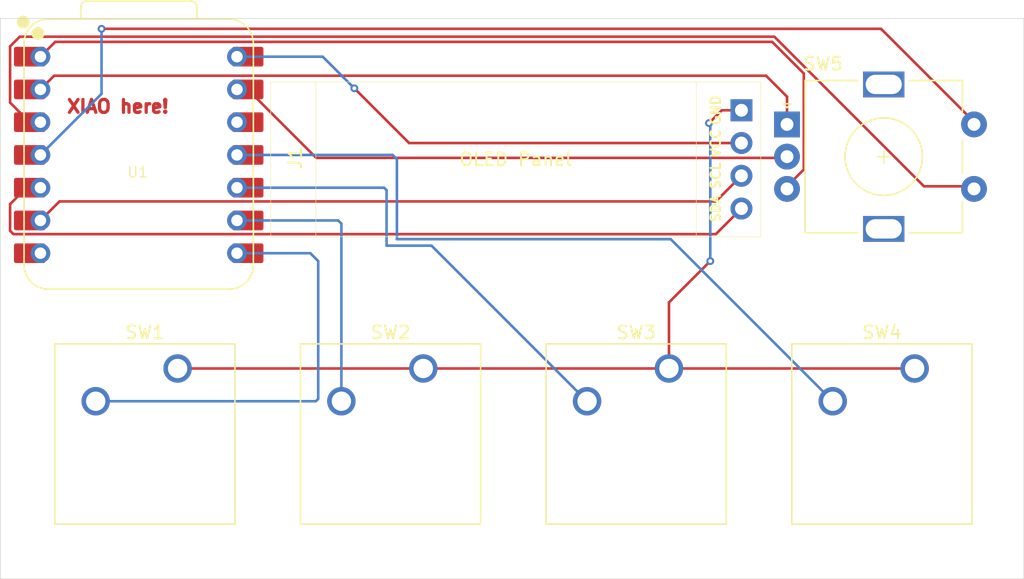
<source format=kicad_pcb>
(kicad_pcb (version 20241229) (generator "pcbnew") (generator_version "9.0")
  (layers (0 "F.Cu" signal) (2 "B.Cu" signal) (13 "F.Paste" user) (15 "B.Paste" user) (5 "F.SilkS" user "F.Silkscreen") (7 "B.SilkS" user "B.Silkscreen") (1 "F.Mask" user) (3 "B.Mask" user) (25 "Edge.Cuts" user))
  (net 0 "")
  (net 1 "GND")
  (net 2 "Net-(U1-GPIO1{slash}RX)")
  (net 3 "Net-(U1-GPIO2{slash}SCK)")
  (net 4 "Net-(U1-GPIO4{slash}MISO)")
  (net 5 "Net-(U1-GPIO3{slash}MOSI)")
  (net 8 "Net-(U1-GPIO26{slash}ADC0{slash}A0)")
  (net 9 "Net-(U1-GPIO27{slash}ADC1{slash}A1)")
  (net 10 "Net-(U1-GND)")
  (net 11 "Net-(U1-GPIO28{slash}ADC2{slash}A2)")
  (net 12 "Net-(U1-GPIO29{slash}ADC3{slash}A3)")
  (net 13 "Net-(J1-Pin_3)")
  (net 14 "Net-(J1-Pin_2)")
  (net 15 "Net-(J1-Pin_4)")
  (footprint "Button_Switch_Keyboard:SW_Cherry_MX_1.00u_PCB" (layer "F.Cu") (at 185.89625 121.12625)
    (property "Reference" "SW3" (at -2.54 -2.794 0) (layer "F.SilkS"))
    (property "Value" "SW_Push")
    (fp_line (start -9.525 -1.905) (end 4.445 -1.905) (stroke (width 0.12)) (layer "F.SilkS"))
    (fp_line (start -9.525 12.065) (end -9.525 -1.905) (stroke (width 0.12)) (layer "F.SilkS"))
    (fp_line (start 4.445 -1.905) (end 4.445 12.065) (stroke (width 0.12)) (layer "F.SilkS"))
    (fp_line (start 4.445 12.065) (end -9.525 12.065) (stroke (width 0.12)) (layer "F.SilkS"))
    (pad "" np_thru_hole circle (at -7.62 5.08) (size 1.7 1.7) (drill 1.7) (layers "*.Cu" "*.Mask"))
    (pad "" np_thru_hole circle (at -2.54 5.08) (size 4 4) (drill 4) (layers "*.Cu" "*.Mask"))
    (pad "" np_thru_hole circle (at 2.54 5.08) (size 1.7 1.7) (drill 1.7) (layers "*.Cu" "*.Mask"))
    (pad "1" thru_hole circle (at 0 0) (size 2.2 2.2) (drill 1.5) (layers "*.Cu" "*.Mask") (net 1 "GND"))
    (pad "2" thru_hole circle (at -6.35 2.54) (size 2.2 2.2) (drill 1.5) (layers "*.Cu" "*.Mask") (net 4 "Net-(U1-GPIO4{slash}MISO)"))
  )
  (footprint "Rotary_Encoder:RotaryEncoder_Alps_EC11E-Switch_Vertical_H20mm" (layer "F.Cu") (at 195.05 102.2)
    (property "Reference" "SW5" (at 2.8 -4.7 0) (layer "F.SilkS"))
    (property "Value" "RotaryEncoder_Switch")
    (fp_line (start -0.3 -1.6) (end 0.3 -1.6) (stroke (width 0.12)) (layer "F.SilkS"))
    (fp_line (start 0 -1.3) (end -0.3 -1.6) (stroke (width 0.12)) (layer "F.SilkS"))
    (fp_line (start 0.3 -1.6) (end 0 -1.3) (stroke (width 0.12)) (layer "F.SilkS"))
    (fp_line (start 1.4 -3.4) (end 1.4 8.4) (stroke (width 0.12)) (layer "F.SilkS"))
    (fp_line (start 5.5 -3.4) (end 1.4 -3.4) (stroke (width 0.12)) (layer "F.SilkS"))
    (fp_line (start 5.5 8.4) (end 1.4 8.4) (stroke (width 0.12)) (layer "F.SilkS"))
    (fp_line (start 7 2.5) (end 8 2.5) (stroke (width 0.12)) (layer "F.SilkS"))
    (fp_line (start 7.5 2) (end 7.5 3) (stroke (width 0.12)) (layer "F.SilkS"))
    (fp_line (start 9.5 -3.4) (end 13.6 -3.4) (stroke (width 0.12)) (layer "F.SilkS"))
    (fp_line (start 13.6 -3.4) (end 13.6 -1) (stroke (width 0.12)) (layer "F.SilkS"))
    (fp_line (start 13.6 1.2) (end 13.6 3.8) (stroke (width 0.12)) (layer "F.SilkS"))
    (fp_line (start 13.6 6) (end 13.6 8.4) (stroke (width 0.12)) (layer "F.SilkS"))
    (fp_line (start 13.6 8.4) (end 9.5 8.4) (stroke (width 0.12)) (layer "F.SilkS"))
    (fp_circle (center 7.5 2.5) (end 10.5 2.5) (stroke (width 0.12)) (fill no) (layer "F.SilkS"))
    (pad "A" thru_hole rect (at 0 0) (size 2 2) (drill 1) (layers "*.Cu" "*.Mask") (net 9 "Net-(U1-GPIO27{slash}ADC1{slash}A1)"))
    (pad "B" thru_hole circle (at 0 5) (size 2 2) (drill 1) (layers "*.Cu" "*.Mask") (net 8 "Net-(U1-GPIO26{slash}ADC0{slash}A0)"))
    (pad "C" thru_hole circle (at 0 2.5) (size 2 2) (drill 1) (layers "*.Cu" "*.Mask") (net 10 "Net-(U1-GND)"))
    (pad "MP" thru_hole rect (at 7.5 -3.1) (size 3.2 2) (drill oval 2.8 1.5) (layers "*.Cu" "*.Mask"))
    (pad "MP" thru_hole rect (at 7.5 8.1) (size 3.2 2) (drill oval 2.8 1.5) (layers "*.Cu" "*.Mask"))
    (pad "S1" thru_hole circle (at 14.5 5) (size 2 2) (drill 1) (layers "*.Cu" "*.Mask") (net 11 "Net-(U1-GPIO28{slash}ADC2{slash}A2)"))
    (pad "S2" thru_hole circle (at 14.5 0) (size 2 2) (drill 1) (layers "*.Cu" "*.Mask") (net 12 "Net-(U1-GPIO29{slash}ADC3{slash}A3)"))
  )
  (footprint "Button_Switch_Keyboard:SW_Cherry_MX_1.00u_PCB" (layer "F.Cu") (at 166.84625 121.12625)
    (property "Reference" "SW2" (at -2.54 -2.794 0) (layer "F.SilkS"))
    (property "Value" "SW_Push")
    (fp_line (start -9.525 -1.905) (end 4.445 -1.905) (stroke (width 0.12)) (layer "F.SilkS"))
    (fp_line (start -9.525 12.065) (end -9.525 -1.905) (stroke (width 0.12)) (layer "F.SilkS"))
    (fp_line (start 4.445 -1.905) (end 4.445 12.065) (stroke (width 0.12)) (layer "F.SilkS"))
    (fp_line (start 4.445 12.065) (end -9.525 12.065) (stroke (width 0.12)) (layer "F.SilkS"))
    (pad "" np_thru_hole circle (at -7.62 5.08) (size 1.7 1.7) (drill 1.7) (layers "*.Cu" "*.Mask"))
    (pad "" np_thru_hole circle (at -2.54 5.08) (size 4 4) (drill 4) (layers "*.Cu" "*.Mask"))
    (pad "" np_thru_hole circle (at 2.54 5.08) (size 1.7 1.7) (drill 1.7) (layers "*.Cu" "*.Mask"))
    (pad "1" thru_hole circle (at 0 0) (size 2.2 2.2) (drill 1.5) (layers "*.Cu" "*.Mask") (net 1 "GND"))
    (pad "2" thru_hole circle (at -6.35 2.54) (size 2.2 2.2) (drill 1.5) (layers "*.Cu" "*.Mask") (net 3 "Net-(U1-GPIO2{slash}SCK)"))
  )
  (footprint "Button_Switch_Keyboard:SW_Cherry_MX_1.00u_PCB" (layer "F.Cu") (at 204.94625 121.12625)
    (property "Reference" "SW4" (at -2.54 -2.794 0) (layer "F.SilkS"))
    (property "Value" "SW_Push")
    (fp_line (start -9.525 -1.905) (end 4.445 -1.905) (stroke (width 0.12)) (layer "F.SilkS"))
    (fp_line (start -9.525 12.065) (end -9.525 -1.905) (stroke (width 0.12)) (layer "F.SilkS"))
    (fp_line (start 4.445 -1.905) (end 4.445 12.065) (stroke (width 0.12)) (layer "F.SilkS"))
    (fp_line (start 4.445 12.065) (end -9.525 12.065) (stroke (width 0.12)) (layer "F.SilkS"))
    (pad "" np_thru_hole circle (at -7.62 5.08) (size 1.7 1.7) (drill 1.7) (layers "*.Cu" "*.Mask"))
    (pad "" np_thru_hole circle (at -2.54 5.08) (size 4 4) (drill 4) (layers "*.Cu" "*.Mask"))
    (pad "" np_thru_hole circle (at 2.54 5.08) (size 1.7 1.7) (drill 1.7) (layers "*.Cu" "*.Mask"))
    (pad "1" thru_hole circle (at 0 0) (size 2.2 2.2) (drill 1.5) (layers "*.Cu" "*.Mask") (net 1 "GND"))
    (pad "2" thru_hole circle (at -6.35 2.54) (size 2.2 2.2) (drill 1.5) (layers "*.Cu" "*.Mask") (net 5 "Net-(U1-GPIO3{slash}MOSI)"))
  )
  (footprint "OLED:SSD1306-0.91-OLED-4pin-128x32" (layer "F.Cu") (at 155.015 98.915)
    (property "Reference" "J1" (at 1.9 5.91 90) (layer "F.SilkS"))
    (property "Value" "Conn_01x04")
    (fp_line (start 0 0) (end 0 12) (stroke (width 0.04)) (layer "F.SilkS"))
    (fp_line (start 0 12) (end 38 12) (stroke (width 0.04)) (layer "F.SilkS"))
    (fp_line (start 3.5 0) (end 3.5 12) (stroke (width 0.04)) (layer "F.SilkS"))
    (fp_line (start 33 0) (end 33 12) (stroke (width 0.04)) (layer "F.SilkS"))
    (fp_line (start 38 0) (end 0 0) (stroke (width 0.04)) (layer "F.SilkS"))
    (fp_line (start 38 12) (end 38 0) (stroke (width 0.04)) (layer "F.SilkS"))
    (fp_text user "OLED Panel" (at 19 6 0) (layer "F.SilkS"))
    (fp_text user "SDA" (at 34.5 9.81 270) (layer "F.SilkS") (effects (font (size 0.75 0.75))))
    (fp_text user "SCL" (at 34.5 7.27 270) (layer "F.SilkS") (effects (font (size 0.75 0.75))))
    (fp_text user "GND" (at 34.5 2.19 270) (layer "F.SilkS") (effects (font (size 0.75 0.75))))
    (fp_text user "VCC" (at 34.5 4.73 270) (layer "F.SilkS") (effects (font (size 0.75 0.75))))
    (pad "1" thru_hole rect (at 36.5 2.19) (size 1.7 1.7) (drill 1) (layers "*.Cu" "*.Mask") (net 1 "GND"))
    (pad "2" thru_hole oval (at 36.5 4.73) (size 1.7 1.7) (drill 1) (layers "*.Cu" "*.Mask") (net 14 "Net-(J1-Pin_2)"))
    (pad "3" thru_hole oval (at 36.5 7.27) (size 1.7 1.7) (drill 1) (layers "*.Cu" "*.Mask") (net 13 "Net-(J1-Pin_3)"))
    (pad "4" thru_hole oval (at 36.5 9.81) (size 1.7 1.7) (drill 1) (layers "*.Cu" "*.Mask") (net 15 "Net-(J1-Pin_4)"))
  )
  (footprint "OPL:XIAO-RP2040-DIP" (layer "F.Cu") (at 144.78 104.5685)
    (property "Reference" "U1" (at -0.08 1.3315 0) (layer "F.SilkS") (effects (font (size 0.8 0.8) (thickness 0.1016))))
    (property "Value" "XIAO-RP2040-DIP")
    (fp_line (start -8.89 8.509) (end -8.89 -8.636) (stroke (width 0.127)) (layer "F.SilkS"))
    (fp_line (start -6.985 10.414) (end 6.985 10.414) (stroke (width 0.127)) (layer "F.SilkS"))
    (fp_line (start -4.495 -10.541) (end -4.491272 -11.451272) (stroke (width 0.127)) (layer "F.SilkS"))
    (fp_line (start -3.991272 -11.951) (end 4.004 -11.951) (stroke (width 0.127)) (layer "F.SilkS"))
    (fp_line (start 4.504 -11.451) (end 4.504 -10.541) (stroke (width 0.127)) (layer "F.SilkS"))
    (fp_line (start 6.985 -10.541) (end -6.985 -10.541) (stroke (width 0.1)) (layer "F.SilkS"))
    (fp_line (start 6.985 -10.541) (end -6.985 -10.541) (stroke (width 0.127)) (layer "F.SilkS"))
    (fp_line (start 8.89 8.509) (end 8.89 -8.636) (stroke (width 0.127)) (layer "F.SilkS"))
    (fp_arc (start -8.89 -8.636) (mid -8.332038 -9.983038) (end -6.985 -10.541) (stroke (width 0.127)) (layer "F.SilkS"))
    (fp_arc (start -6.985 10.414) (mid -8.332038 9.856038) (end -8.89 8.509) (stroke (width 0.127)) (layer "F.SilkS"))
    (fp_arc (start -4.491272 -11.451272) (mid -4.344728 -11.80464) (end -3.991272 -11.951) (stroke (width 0.127)) (layer "F.SilkS"))
    (fp_arc (start 4.004 -11.951) (mid 4.357553 -11.804553) (end 4.504 -11.451) (stroke (width 0.127)) (layer "F.SilkS"))
    (fp_arc (start 6.985 -10.541) (mid 8.332038 -9.983038) (end 8.89 -8.636) (stroke (width 0.127)) (layer "F.SilkS"))
    (fp_arc (start 8.89 8.509) (mid 8.332038 9.856038) (end 6.985 10.414) (stroke (width 0.127)) (layer "F.SilkS"))
    (fp_circle (center -8.95 -10.3) (end -8.95 -10.554) (stroke (width 0.5)) (fill yes) (layer "F.SilkS"))
    (fp_circle (center -7.807 -9.42) (end -7.807 -9.674) (stroke (width 0.5)) (fill yes) (layer "F.SilkS"))
    (pad "1" smd roundrect (at -8.455 -7.62 180) (size 2.432 1.524) (layers "F.Cu" "F.Mask") (roundrect_rratio 0.1) (net 8 "Net-(U1-GPIO26{slash}ADC0{slash}A0)"))
    (pad "1" thru_hole circle (at -7.62 -7.62 180) (size 1.524 1.524) (drill 0.889) (layers "*.Cu" "*.Mask") (net 8 "Net-(U1-GPIO26{slash}ADC0{slash}A0)"))
    (pad "2" smd roundrect (at -8.455 -5.08 180) (size 2.432 1.524) (layers "F.Cu" "F.Mask") (roundrect_rratio 0.1) (net 9 "Net-(U1-GPIO27{slash}ADC1{slash}A1)"))
    (pad "2" thru_hole circle (at -7.62 -5.08 180) (size 1.524 1.524) (drill 0.889) (layers "*.Cu" "*.Mask") (net 9 "Net-(U1-GPIO27{slash}ADC1{slash}A1)"))
    (pad "3" smd roundrect (at -8.455 -2.54 180) (size 2.432 1.524) (layers "F.Cu" "F.Mask") (roundrect_rratio 0.1) (net 11 "Net-(U1-GPIO28{slash}ADC2{slash}A2)"))
    (pad "3" thru_hole circle (at -7.62 -2.54 180) (size 1.524 1.524) (drill 0.889) (layers "*.Cu" "*.Mask") (net 11 "Net-(U1-GPIO28{slash}ADC2{slash}A2)"))
    (pad "4" smd roundrect (at -8.455 0 180) (size 2.432 1.524) (layers "F.Cu" "F.Mask") (roundrect_rratio 0.1) (net 12 "Net-(U1-GPIO29{slash}ADC3{slash}A3)"))
    (pad "4" thru_hole circle (at -7.62 0 180) (size 1.524 1.524) (drill 0.889) (layers "*.Cu" "*.Mask") (net 12 "Net-(U1-GPIO29{slash}ADC3{slash}A3)"))
    (pad "5" smd roundrect (at -8.455 2.54 180) (size 2.432 1.524) (layers "F.Cu" "F.Mask") (roundrect_rratio 0.1) (net 15 "Net-(J1-Pin_4)"))
    (pad "5" thru_hole circle (at -7.62 2.54 180) (size 1.524 1.524) (drill 0.889) (layers "*.Cu" "*.Mask") (net 15 "Net-(J1-Pin_4)"))
    (pad "6" smd roundrect (at -8.455 5.08 180) (size 2.432 1.524) (layers "F.Cu" "F.Mask") (roundrect_rratio 0.1) (net 13 "Net-(J1-Pin_3)"))
    (pad "6" thru_hole circle (at -7.62 5.08 180) (size 1.524 1.524) (drill 0.889) (layers "*.Cu" "*.Mask") (net 13 "Net-(J1-Pin_3)"))
    (pad "7" smd roundrect (at -8.455 7.62 180) (size 2.432 1.524) (layers "F.Cu" "F.Mask") (roundrect_rratio 0.1))
    (pad "7" thru_hole circle (at -7.62 7.62 180) (size 1.524 1.524) (drill 0.889) (layers "*.Cu" "*.Mask"))
    (pad "8" thru_hole circle (at 7.62 7.62) (size 1.524 1.524) (drill 0.889) (layers "*.Cu" "*.Mask") (net 2 "Net-(U1-GPIO1{slash}RX)"))
    (pad "8" smd roundrect (at 8.455 7.62) (size 2.432 1.524) (layers "F.Cu" "F.Mask") (roundrect_rratio 0.1) (net 2 "Net-(U1-GPIO1{slash}RX)"))
    (pad "9" thru_hole circle (at 7.62 5.08) (size 1.524 1.524) (drill 0.889) (layers "*.Cu" "*.Mask") (net 3 "Net-(U1-GPIO2{slash}SCK)"))
    (pad "9" smd roundrect (at 8.455 5.08) (size 2.432 1.524) (layers "F.Cu" "F.Mask") (roundrect_rratio 0.1) (net 3 "Net-(U1-GPIO2{slash}SCK)"))
    (pad "10" thru_hole circle (at 7.62 2.54) (size 1.524 1.524) (drill 0.889) (layers "*.Cu" "*.Mask") (net 4 "Net-(U1-GPIO4{slash}MISO)"))
    (pad "10" smd roundrect (at 8.455 2.54) (size 2.432 1.524) (layers "F.Cu" "F.Mask") (roundrect_rratio 0.1) (net 4 "Net-(U1-GPIO4{slash}MISO)"))
    (pad "11" thru_hole circle (at 7.62 0) (size 1.524 1.524) (drill 0.889) (layers "*.Cu" "*.Mask") (net 5 "Net-(U1-GPIO3{slash}MOSI)"))
    (pad "11" smd roundrect (at 8.455 0) (size 2.432 1.524) (layers "F.Cu" "F.Mask") (roundrect_rratio 0.1) (net 5 "Net-(U1-GPIO3{slash}MOSI)"))
    (pad "12" thru_hole circle (at 7.62 -2.54) (size 1.524 1.524) (drill 0.889) (layers "*.Cu" "*.Mask"))
    (pad "12" smd roundrect (at 8.455 -2.54) (size 2.432 1.524) (layers "F.Cu" "F.Mask") (roundrect_rratio 0.1))
    (pad "13" thru_hole circle (at 7.62 -5.08) (size 1.524 1.524) (drill 0.889) (layers "*.Cu" "*.Mask") (net 10 "Net-(U1-GND)"))
    (pad "13" smd roundrect (at 8.455 -5.08) (size 2.432 1.524) (layers "F.Cu" "F.Mask") (roundrect_rratio 0.1) (net 10 "Net-(U1-GND)"))
    (pad "14" thru_hole circle (at 7.62 -7.62) (size 1.524 1.524) (drill 0.889) (layers "*.Cu" "*.Mask") (net 14 "Net-(J1-Pin_2)"))
    (pad "14" smd roundrect (at 8.455 -7.62) (size 2.432 1.524) (layers "F.Cu" "F.Mask") (roundrect_rratio 0.1) (net 14 "Net-(J1-Pin_2)"))
  )
  (footprint "Button_Switch_Keyboard:SW_Cherry_MX_1.00u_PCB" (layer "F.Cu") (at 147.79625 121.12625)
    (property "Reference" "SW1" (at -2.54 -2.794 0) (layer "F.SilkS"))
    (property "Value" "SW_Push")
    (fp_line (start -9.525 -1.905) (end 4.445 -1.905) (stroke (width 0.12)) (layer "F.SilkS"))
    (fp_line (start -9.525 12.065) (end -9.525 -1.905) (stroke (width 0.12)) (layer "F.SilkS"))
    (fp_line (start 4.445 -1.905) (end 4.445 12.065) (stroke (width 0.12)) (layer "F.SilkS"))
    (fp_line (start 4.445 12.065) (end -9.525 12.065) (stroke (width 0.12)) (layer "F.SilkS"))
    (pad "" np_thru_hole circle (at -7.62 5.08) (size 1.7 1.7) (drill 1.7) (layers "*.Cu" "*.Mask"))
    (pad "" np_thru_hole circle (at -2.54 5.08) (size 4 4) (drill 4) (layers "*.Cu" "*.Mask"))
    (pad "" np_thru_hole circle (at 2.54 5.08) (size 1.7 1.7) (drill 1.7) (layers "*.Cu" "*.Mask"))
    (pad "1" thru_hole circle (at 0 0) (size 2.2 2.2) (drill 1.5) (layers "*.Cu" "*.Mask") (net 1 "GND"))
    (pad "2" thru_hole circle (at -6.35 2.54) (size 2.2 2.2) (drill 1.5) (layers "*.Cu" "*.Mask") (net 2 "Net-(U1-GPIO1{slash}RX)"))
  )
  (gr_rect (start 134.05 93.9875) (end 213.4125 137.43125) (stroke (width 0.05)) (fill no) (layer "Edge.Cuts"))
  (gr_text "XIAO here!" (at 139.1 101.4 0) (layer "F.Cu") (effects (font (size 1 1) (thickness 0.25) (bold yes)) (justify left bottom)))
  (segment (start 204.94625 121.12625) (end 185.89625 121.12625) (width 0.2) (layer "F.Cu") (net 1))
  (segment (start 185.89625 121.12625) (end 166.84625 121.12625) (width 0.2) (layer "F.Cu") (net 1))
  (segment (start 189.1 112.8) (end 185.89625 116.00375) (width 0.2) (layer "F.Cu") (net 1))
  (segment (start 147.79625 121.12625) (end 166.84625 121.12625) (width 0.2) (layer "F.Cu") (net 1))
  (segment (start 191.515 101.105) (end 189.995 101.105) (width 0.2) (layer "F.Cu") (net 1))
  (segment (start 185.89625 116.00375) (end 185.89625 121.12625) (width 0.2) (layer "F.Cu") (net 1))
  (segment (start 189.995 101.105) (end 189 102.1) (width 0.2) (layer "F.Cu") (net 1))
  (via (at 189 102.1) (size 0.6) (drill 0.3) (layers "F.Cu" "B.Cu") (net 1))
  (via (at 189.1 112.8) (size 0.6) (drill 0.3) (layers "F.Cu" "B.Cu") (net 1))
  (segment (start 189.1 102.2) (end 189.1 112.8) (width 0.2) (layer "B.Cu") (net 1))
  (segment (start 189 102.1) (end 189.1 102.2) (width 0.2) (layer "B.Cu") (net 1))
  (segment (start 158.7 123.481186) (end 158.7 112.8) (width 0.2) (layer "B.Cu") (net 2))
  (segment (start 152.4 112.7125) (end 152.4 112.1885) (width 0.2) (layer "B.Cu") (net 2))
  (segment (start 158.7 112.8) (end 158.0885 112.1885) (width 0.2) (layer "B.Cu") (net 2))
  (segment (start 158.0885 112.1885) (end 152.4 112.1885) (width 0.2) (layer "B.Cu") (net 2))
  (segment (start 141.44625 123.66625) (end 158.514936 123.66625) (width 0.2) (layer "B.Cu") (net 2))
  (segment (start 158.514936 123.66625) (end 158.7 123.481186) (width 0.2) (layer "B.Cu") (net 2))
  (segment (start 160.49625 123.66625) (end 160.49625 109.89625) (width 0.2) (layer "B.Cu") (net 3))
  (segment (start 160.49625 109.89625) (end 160.2485 109.6485) (width 0.2) (layer "B.Cu") (net 3))
  (segment (start 160.2485 109.6485) (end 152.4 109.6485) (width 0.2) (layer "B.Cu") (net 3))
  (segment (start 163.8085 107.1085) (end 152.4 107.1085) (width 0.2) (layer "B.Cu") (net 4))
  (segment (start 167.48 111.6) (end 164 111.6) (width 0.2) (layer "B.Cu") (net 4))
  (segment (start 164 107.3) (end 163.8085 107.1085) (width 0.2) (layer "B.Cu") (net 4))
  (segment (start 179.54625 123.66625) (end 167.48 111.6) (width 0.2) (layer "B.Cu") (net 4))
  (segment (start 164 111.6) (end 164 107.3) (width 0.2) (layer "B.Cu") (net 4))
  (segment (start 198.59625 123.66625) (end 186.03 111.1) (width 0.2) (layer "B.Cu") (net 5))
  (segment (start 164.8 104.9) (end 164.4685 104.5685) (width 0.2) (layer "B.Cu") (net 5))
  (segment (start 186.03 111.1) (end 164.8 111.1) (width 0.2) (layer "B.Cu") (net 5))
  (segment (start 164.4685 104.5685) (end 152.4 104.5685) (width 0.2) (layer "B.Cu") (net 5))
  (segment (start 164.8 111.1) (end 164.8 104.9) (width 0.2) (layer "B.Cu") (net 5))
  (segment (start 196.35 98.25) (end 193.9 95.8) (width 0.2) (layer "F.Cu") (net 8))
  (segment (start 195.05 107) (end 196.35 105.7) (width 0.2) (layer "F.Cu") (net 8))
  (segment (start 196.35 105.7) (end 196.35 98.25) (width 0.2) (layer "F.Cu") (net 8))
  (segment (start 138.3085 95.8) (end 137.16 96.9485) (width 0.2) (layer "F.Cu") (net 8))
  (segment (start 193.9 95.8) (end 138.3085 95.8) (width 0.2) (layer "F.Cu") (net 8))
  (segment (start 195.1 102) (end 195.2 101.9) (width 0.2) (layer "F.Cu") (net 9))
  (segment (start 138.223 98.4255) (end 137.16 99.4885) (width 0.2) (layer "F.Cu") (net 9))
  (segment (start 195.05 100.05) (end 193.4255 98.4255) (width 0.2) (layer "F.Cu") (net 9))
  (segment (start 193.4255 98.4255) (end 138.223 98.4255) (width 0.2) (layer "F.Cu") (net 9))
  (segment (start 195.05 102) (end 195.05 100.05) (width 0.2) (layer "F.Cu") (net 9))
  (segment (start 136.325 99.4885) (end 137.16 99.4885) (width 0.2) (layer "F.Cu") (net 9))
  (segment (start 195.05 102) (end 195.1 102) (width 0.2) (layer "F.Cu") (net 9))
  (segment (start 195.05 104.5) (end 194.754 104.796) (width 0.2) (layer "F.Cu") (net 10))
  (segment (start 158.5425 104.796) (end 153.235 99.4885) (width 0.2) (layer "F.Cu") (net 10))
  (segment (start 194.754 104.796) (end 158.5425 104.796) (width 0.2) (layer "F.Cu") (net 10))
  (segment (start 135.555874 95.399) (end 134.808 96.146874) (width 0.2) (layer "F.Cu") (net 11))
  (segment (start 194.0661 95.399) (end 135.555874 95.399) (width 0.2) (layer "F.Cu") (net 11))
  (segment (start 134.808 100.5115) (end 136.325 102.0285) (width 0.2) (layer "F.Cu") (net 11))
  (segment (start 134.808 96.146874) (end 134.808 100.5115) (width 0.2) (layer "F.Cu") (net 11))
  (segment (start 205.6671 107) (end 194.0661 95.399) (width 0.2) (layer "F.Cu") (net 11))
  (segment (start 209.55 107) (end 205.6671 107) (width 0.2) (layer "F.Cu") (net 11))
  (segment (start 202.3375 94.7875) (end 141.9 94.7875) (width 0.2) (layer "F.Cu") (net 12))
  (segment (start 209.55 102) (end 202.3375 94.7875) (width 0.2) (layer "F.Cu") (net 12))
  (via (at 141.9 94.7875) (size 0.6) (drill 0.3) (layers "F.Cu" "B.Cu") (net 12))
  (segment (start 141.9 94.7875) (end 141.9 99.8285) (width 0.2) (layer "B.Cu") (net 12))
  (segment (start 141.9 99.8285) (end 137.16 104.5685) (width 0.2) (layer "B.Cu") (net 12))
  (segment (start 189.5285 108.1715) (end 138.637 108.1715) (width 0.2) (layer "F.Cu") (net 13))
  (segment (start 138.637 108.1715) (end 137.16 109.6485) (width 0.2) (layer "F.Cu") (net 13))
  (segment (start 191.515 106.185) (end 189.5285 108.1715) (width 0.2) (layer "F.Cu") (net 13))
  (segment (start 165.745 103.645) (end 161.5 99.4) (width 0.2) (layer "F.Cu") (net 14))
  (segment (start 191.515 103.645) (end 165.745 103.645) (width 0.2) (layer "F.Cu") (net 14))
  (via (at 161.5 99.4) (size 0.6) (drill 0.3) (layers "F.Cu" "B.Cu") (net 14))
  (segment (start 161.5 99.4) (end 159.0485 96.9485) (width 0.2) (layer "B.Cu") (net 14))
  (segment (start 159.0485 96.9485) (end 152.4 96.9485) (width 0.2) (layer "B.Cu") (net 14))
  (segment (start 134.808 108.38287) (end 136.08237 107.1085) (width 0.2) (layer "F.Cu") (net 15))
  (segment (start 136.08237 107.1085) (end 137.16 107.1085) (width 0.2) (layer "F.Cu") (net 15))
  (segment (start 135.069374 110.7115) (end 134.808 110.450126) (width 0.2) (layer "F.Cu") (net 15))
  (segment (start 134.808 110.450126) (end 134.808 108.38287) (width 0.2) (layer "F.Cu") (net 15))
  (segment (start 191.515 108.725) (end 189.5285 110.7115) (width 0.2) (layer "F.Cu") (net 15))
  (segment (start 189.5285 110.7115) (end 135.069374 110.7115) (width 0.2) (layer "F.Cu") (net 15))
)
</source>
